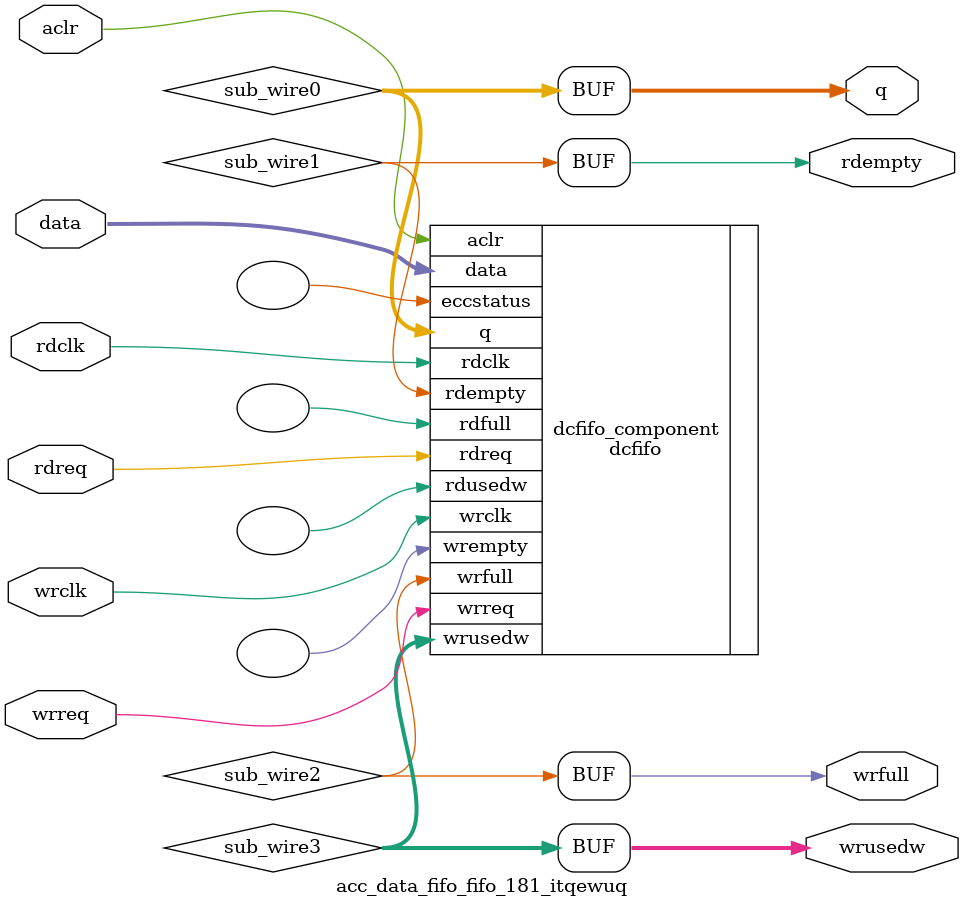
<source format=v>



`timescale 1 ps / 1 ps
// synopsys translate_on
module  acc_data_fifo_fifo_181_itqewuq  (
    aclr,
    data,
    rdclk,
    rdreq,
    wrclk,
    wrreq,
    q,
    rdempty,
    wrfull,
    wrusedw);

    input    aclr;
    input  [511:0]  data;
    input    rdclk;
    input    rdreq;
    input    wrclk;
    input    wrreq;
    output [511:0]  q;
    output   rdempty;
    output   wrfull;
    output [8:0]  wrusedw;
`ifndef ALTERA_RESERVED_QIS
// synopsys translate_off
`endif
    tri0     aclr;
`ifndef ALTERA_RESERVED_QIS
// synopsys translate_on
`endif

    wire [511:0] sub_wire0;
    wire  sub_wire1;
    wire  sub_wire2;
    wire [8:0] sub_wire3;
    wire [511:0] q = sub_wire0[511:0];
    wire  rdempty = sub_wire1;
    wire  wrfull = sub_wire2;
    wire [8:0] wrusedw = sub_wire3[8:0];

    dcfifo  dcfifo_component (
                .aclr (aclr),
                .data (data),
                .rdclk (rdclk),
                .rdreq (rdreq),
                .wrclk (wrclk),
                .wrreq (wrreq),
                .q (sub_wire0),
                .rdempty (sub_wire1),
                .wrfull (sub_wire2),
                .wrusedw (sub_wire3),
                .eccstatus (),
                .rdfull (),
                .rdusedw (),
                .wrempty ());
    defparam
        dcfifo_component.enable_ecc  = "FALSE",
        dcfifo_component.intended_device_family  = "Arria 10",
        dcfifo_component.lpm_hint  = "DISABLE_DCFIFO_EMBEDDED_TIMING_CONSTRAINT=TRUE",
        dcfifo_component.lpm_numwords  = 512,
        dcfifo_component.lpm_showahead  = "ON",
        dcfifo_component.lpm_type  = "dcfifo",
        dcfifo_component.lpm_width  = 512,
        dcfifo_component.lpm_widthu  = 9,
        dcfifo_component.overflow_checking  = "ON",
        dcfifo_component.rdsync_delaypipe  = 4,
        dcfifo_component.read_aclr_synch  = "OFF",
        dcfifo_component.underflow_checking  = "ON",
        dcfifo_component.use_eab  = "ON",
        dcfifo_component.write_aclr_synch  = "OFF",
        dcfifo_component.wrsync_delaypipe  = 4;


endmodule



</source>
